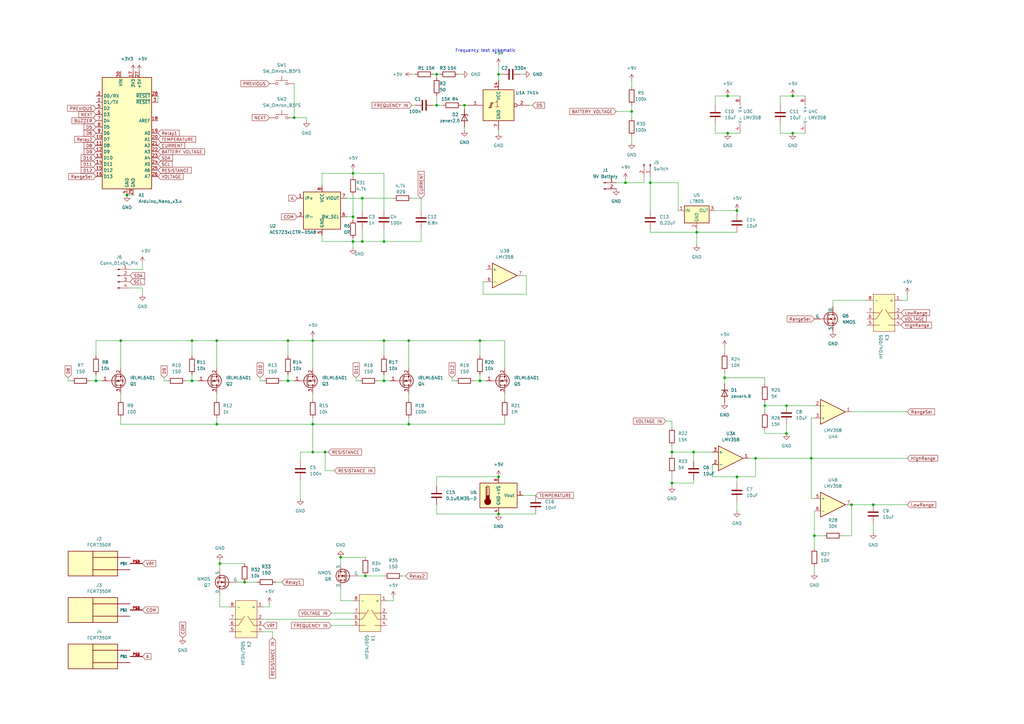
<source format=kicad_sch>
(kicad_sch (version 20230121) (generator eeschema)
  (paper "A3")
  (junction (at 128.27 185.42))
  (junction (at 78.74 139.7))
  (junction (at 349.25 207.01))
  (junction (at 157.48 139.7))
  (junction (at 298.45 54.61))
  (junction (at 309.88 187.96))
  (junction (at 179.07 30.48))
  (junction (at 190.5 43.18))
  (junction (at 100.33 238.76))
  (junction (at 78.74 156.21))
  (junction (at 144.78 99.06))
  (junction (at 179.07 43.18))
  (junction (at 144.78 88.9))
  (junction (at 118.11 139.7))
  (junction (at 302.26 86.36))
  (junction (at 39.37 156.21))
  (junction (at 157.48 156.21))
  (junction (at 88.9 173.99))
  (junction (at 157.48 99.06))
  (junction (at 322.58 177.8))
  (junction (at 259.08 45.72))
  (junction (at 204.47 30.48))
  (junction (at 284.48 185.42))
  (junction (at 298.45 39.37))
  (junction (at 196.85 139.7))
  (junction (at 275.59 198.12))
  (junction (at 120.65 48.26))
  (junction (at 139.7 228.6))
  (junction (at 332.74 187.96))
  (junction (at 325.12 39.37))
  (junction (at 49.53 139.7))
  (junction (at 128.27 173.99))
  (junction (at 285.75 95.25))
  (junction (at 297.18 154.94))
  (junction (at 144.78 71.12))
  (junction (at 149.86 236.22))
  (junction (at 313.69 166.37))
  (junction (at 167.64 139.7))
  (junction (at 266.7 74.93))
  (junction (at 118.11 156.21))
  (junction (at 256.54 74.93))
  (junction (at 167.64 173.99))
  (junction (at 204.47 195.58))
  (junction (at 204.47 210.82))
  (junction (at 88.9 139.7))
  (junction (at 52.07 80.01))
  (junction (at 90.17 231.14))
  (junction (at 325.12 54.61))
  (junction (at 196.85 156.21))
  (junction (at 322.58 166.37))
  (junction (at 148.59 81.28))
  (junction (at 358.14 207.01))
  (junction (at 148.59 99.06))
  (junction (at 133.35 185.42))
  (junction (at 275.59 185.42))
  (junction (at 128.27 139.7))
  (junction (at 334.01 219.71))
  (junction (at 302.26 195.58))
  (wire (pts (xy 168.91 43.18) (xy 170.18 43.18)))
  (wire (pts (xy 372.11 120.65) (xy 372.11 123.19)))
  (wire (pts (xy 39.37 156.21) (xy 41.91 156.21)))
  (wire (pts (xy 58.42 118.11) (xy 53.34 118.11)))
  (wire (pts (xy 100.33 238.76) (xy 105.41 238.76)))
  (wire (pts (xy 179.07 43.18) (xy 181.61 43.18)))
  (wire (pts (xy 157.48 146.05) (xy 157.48 139.7)))
  (wire (pts (xy 128.27 173.99) (xy 128.27 185.42)))
  (wire (pts (xy 207.01 171.45) (xy 207.01 173.99)))
  (wire (pts (xy 179.07 207.01) (xy 179.07 210.82)))
  (wire (pts (xy 90.17 248.92) (xy 90.17 243.84)))
  (wire (pts (xy 179.07 30.48) (xy 180.34 30.48)))
  (wire (pts (xy 78.74 156.21) (xy 81.28 156.21)))
  (wire (pts (xy 144.78 69.85) (xy 144.78 71.12)))
  (wire (pts (xy 322.58 166.37) (xy 334.01 166.37)))
  (wire (pts (xy 179.07 31.75) (xy 179.07 30.48)))
  (wire (pts (xy 207.01 173.99) (xy 167.64 173.99)))
  (wire (pts (xy 39.37 146.05) (xy 39.37 139.7)))
  (wire (pts (xy 337.82 219.71) (xy 334.01 219.71)))
  (wire (pts (xy 285.75 95.25) (xy 302.26 95.25)))
  (wire (pts (xy 284.48 185.42) (xy 284.48 189.23)))
  (wire (pts (xy 320.04 54.61) (xy 320.04 50.8)))
  (wire (pts (xy 204.47 30.48) (xy 204.47 33.02)))
  (wire (pts (xy 118.11 153.67) (xy 118.11 156.21)))
  (wire (pts (xy 49.53 139.7) (xy 78.74 139.7)))
  (wire (pts (xy 214.63 203.2) (xy 219.71 203.2)))
  (wire (pts (xy 298.45 39.37) (xy 303.53 39.37)))
  (wire (pts (xy 148.59 93.98) (xy 148.59 99.06)))
  (wire (pts (xy 293.37 50.8) (xy 293.37 54.61)))
  (wire (pts (xy 185.42 156.21) (xy 186.69 156.21)))
  (wire (pts (xy 132.08 71.12) (xy 144.78 71.12)))
  (wire (pts (xy 133.35 193.04) (xy 133.35 185.42)))
  (wire (pts (xy 275.59 182.88) (xy 275.59 185.42)))
  (wire (pts (xy 179.07 39.37) (xy 179.07 43.18)))
  (wire (pts (xy 144.78 71.12) (xy 144.78 72.39)))
  (wire (pts (xy 144.78 88.9) (xy 144.78 90.17)))
  (wire (pts (xy 106.68 156.21) (xy 107.95 156.21)))
  (wire (pts (xy 144.78 80.01) (xy 144.78 88.9)))
  (wire (pts (xy 284.48 185.42) (xy 292.1 185.42)))
  (wire (pts (xy 252.73 74.93) (xy 256.54 74.93)))
  (wire (pts (xy 309.88 187.96) (xy 332.74 187.96)))
  (wire (pts (xy 256.54 74.93) (xy 264.16 74.93)))
  (wire (pts (xy 293.37 54.61) (xy 298.45 54.61)))
  (wire (pts (xy 302.26 195.58) (xy 302.26 198.12)))
  (wire (pts (xy 148.59 81.28) (xy 161.29 81.28)))
  (wire (pts (xy 142.24 81.28) (xy 148.59 81.28)))
  (wire (pts (xy 165.1 236.22) (xy 166.37 236.22)))
  (wire (pts (xy 207.01 161.29) (xy 207.01 163.83)))
  (wire (pts (xy 215.9 113.03) (xy 215.9 120.65)))
  (wire (pts (xy 88.9 173.99) (xy 49.53 173.99)))
  (wire (pts (xy 266.7 74.93) (xy 266.7 86.36)))
  (wire (pts (xy 144.78 97.79) (xy 144.78 99.06)))
  (wire (pts (xy 78.74 139.7) (xy 88.9 139.7)))
  (wire (pts (xy 204.47 53.34) (xy 204.47 54.61)))
  (wire (pts (xy 88.9 139.7) (xy 88.9 151.13)))
  (wire (pts (xy 187.96 30.48) (xy 189.23 30.48)))
  (wire (pts (xy 161.29 246.38) (xy 158.75 246.38)))
  (wire (pts (xy 27.94 154.94) (xy 27.94 156.21)))
  (wire (pts (xy 332.74 171.45) (xy 332.74 187.96)))
  (wire (pts (xy 285.75 100.33) (xy 285.75 95.25)))
  (wire (pts (xy 128.27 161.29) (xy 128.27 163.83)))
  (wire (pts (xy 67.31 154.94) (xy 67.31 156.21)))
  (wire (pts (xy 132.08 76.2) (xy 132.08 71.12)))
  (wire (pts (xy 97.79 238.76) (xy 100.33 238.76)))
  (wire (pts (xy 264.16 74.93) (xy 264.16 72.39)))
  (wire (pts (xy 161.29 245.11) (xy 161.29 246.38)))
  (wire (pts (xy 349.25 207.01) (xy 349.25 219.71)))
  (wire (pts (xy 298.45 54.61) (xy 303.53 54.61)))
  (wire (pts (xy 157.48 99.06) (xy 172.72 99.06)))
  (wire (pts (xy 293.37 39.37) (xy 298.45 39.37)))
  (wire (pts (xy 259.08 45.72) (xy 259.08 48.26)))
  (wire (pts (xy 179.07 195.58) (xy 179.07 199.39)))
  (wire (pts (xy 144.78 99.06) (xy 148.59 99.06)))
  (wire (pts (xy 320.04 43.18) (xy 320.04 39.37)))
  (wire (pts (xy 157.48 156.21) (xy 160.02 156.21)))
  (wire (pts (xy 93.98 248.92) (xy 90.17 248.92)))
  (wire (pts (xy 322.58 173.99) (xy 322.58 177.8)))
  (wire (pts (xy 58.42 120.65) (xy 58.42 118.11)))
  (wire (pts (xy 217.17 43.18) (xy 218.44 43.18)))
  (wire (pts (xy 341.63 123.19) (xy 341.63 125.73)))
  (wire (pts (xy 111.76 259.08) (xy 107.95 259.08)))
  (wire (pts (xy 204.47 26.67) (xy 204.47 30.48)))
  (wire (pts (xy 39.37 139.7) (xy 49.53 139.7)))
  (wire (pts (xy 309.88 195.58) (xy 309.88 187.96)))
  (wire (pts (xy 144.78 246.38) (xy 139.7 246.38)))
  (wire (pts (xy 325.12 54.61) (xy 330.2 54.61)))
  (wire (pts (xy 196.85 146.05) (xy 196.85 139.7)))
  (wire (pts (xy 172.72 93.98) (xy 172.72 99.06)))
  (wire (pts (xy 214.63 113.03) (xy 215.9 113.03)))
  (wire (pts (xy 167.64 139.7) (xy 157.48 139.7)))
  (wire (pts (xy 58.42 107.95) (xy 58.42 110.49)))
  (wire (pts (xy 177.8 43.18) (xy 179.07 43.18)))
  (wire (pts (xy 144.78 99.06) (xy 144.78 101.6)))
  (wire (pts (xy 313.69 166.37) (xy 313.69 168.91)))
  (wire (pts (xy 115.57 156.21) (xy 118.11 156.21)))
  (wire (pts (xy 273.05 172.72) (xy 275.59 172.72)))
  (wire (pts (xy 123.19 196.85) (xy 123.19 204.47)))
  (wire (pts (xy 125.73 48.26) (xy 120.65 48.26)))
  (wire (pts (xy 64.77 39.37) (xy 64.77 41.91)))
  (wire (pts (xy 185.42 154.94) (xy 185.42 156.21)))
  (wire (pts (xy 313.69 165.1) (xy 313.69 166.37)))
  (wire (pts (xy 128.27 138.43) (xy 128.27 139.7)))
  (wire (pts (xy 190.5 43.18) (xy 190.5 44.45)))
  (wire (pts (xy 133.35 185.42) (xy 134.62 185.42)))
  (wire (pts (xy 355.6 123.19) (xy 341.63 123.19)))
  (wire (pts (xy 167.64 161.29) (xy 167.64 163.83)))
  (wire (pts (xy 139.7 228.6) (xy 149.86 228.6)))
  (wire (pts (xy 49.53 173.99) (xy 49.53 171.45)))
  (wire (pts (xy 157.48 153.67) (xy 157.48 156.21)))
  (wire (pts (xy 135.89 256.54) (xy 144.78 256.54)))
  (wire (pts (xy 320.04 39.37) (xy 325.12 39.37)))
  (wire (pts (xy 107.95 254) (xy 144.78 254)))
  (wire (pts (xy 148.59 81.28) (xy 148.59 86.36)))
  (wire (pts (xy 275.59 198.12) (xy 284.48 198.12)))
  (wire (pts (xy 204.47 195.58) (xy 179.07 195.58)))
  (wire (pts (xy 128.27 173.99) (xy 88.9 173.99)))
  (wire (pts (xy 147.32 236.22) (xy 149.86 236.22)))
  (wire (pts (xy 285.75 95.25) (xy 285.75 93.98)))
  (wire (pts (xy 135.89 251.46) (xy 144.78 251.46)))
  (wire (pts (xy 128.27 139.7) (xy 128.27 151.13)))
  (wire (pts (xy 325.12 39.37) (xy 330.2 39.37)))
  (wire (pts (xy 128.27 171.45) (xy 128.27 173.99)))
  (wire (pts (xy 266.7 93.98) (xy 266.7 95.25)))
  (wire (pts (xy 128.27 185.42) (xy 123.19 185.42)))
  (wire (pts (xy 320.04 54.61) (xy 325.12 54.61)))
  (wire (pts (xy 297.18 154.94) (xy 297.18 157.48)))
  (wire (pts (xy 313.69 154.94) (xy 313.69 157.48)))
  (wire (pts (xy 179.07 210.82) (xy 204.47 210.82)))
  (wire (pts (xy 137.16 193.04) (xy 133.35 193.04)))
  (wire (pts (xy 213.36 30.48) (xy 214.63 30.48)))
  (wire (pts (xy 88.9 171.45) (xy 88.9 173.99)))
  (wire (pts (xy 120.65 34.29) (xy 120.65 48.26)))
  (wire (pts (xy 49.53 139.7) (xy 49.53 151.13)))
  (wire (pts (xy 58.42 110.49) (xy 53.34 110.49)))
  (wire (pts (xy 118.11 139.7) (xy 118.11 146.05)))
  (wire (pts (xy 110.49 247.65) (xy 110.49 248.92)))
  (wire (pts (xy 128.27 139.7) (xy 118.11 139.7)))
  (wire (pts (xy 196.85 153.67) (xy 196.85 156.21)))
  (wire (pts (xy 204.47 30.48) (xy 205.74 30.48)))
  (wire (pts (xy 307.34 187.96) (xy 309.88 187.96)))
  (wire (pts (xy 157.48 71.12) (xy 157.48 86.36)))
  (wire (pts (xy 334.01 171.45) (xy 332.74 171.45)))
  (wire (pts (xy 123.19 185.42) (xy 123.19 189.23)))
  (wire (pts (xy 189.23 43.18) (xy 190.5 43.18)))
  (wire (pts (xy 177.8 30.48) (xy 179.07 30.48)))
  (wire (pts (xy 142.24 88.9) (xy 144.78 88.9)))
  (wire (pts (xy 76.2 156.21) (xy 78.74 156.21)))
  (wire (pts (xy 196.85 139.7) (xy 167.64 139.7)))
  (wire (pts (xy 88.9 139.7) (xy 118.11 139.7)))
  (wire (pts (xy 334.01 232.41) (xy 334.01 234.95)))
  (wire (pts (xy 110.49 248.92) (xy 107.95 248.92)))
  (wire (pts (xy 259.08 33.02) (xy 259.08 35.56)))
  (wire (pts (xy 302.26 195.58) (xy 309.88 195.58)))
  (wire (pts (xy 349.25 207.01) (xy 358.14 207.01)))
  (wire (pts (xy 128.27 185.42) (xy 133.35 185.42)))
  (wire (pts (xy 372.11 123.19) (xy 369.57 123.19)))
  (wire (pts (xy 275.59 185.42) (xy 284.48 185.42)))
  (wire (pts (xy 293.37 86.36) (xy 302.26 86.36)))
  (wire (pts (xy 275.59 185.42) (xy 275.59 186.69)))
  (wire (pts (xy 266.7 95.25) (xy 285.75 95.25)))
  (wire (pts (xy 144.78 71.12) (xy 157.48 71.12)))
  (wire (pts (xy 259.08 55.88) (xy 259.08 58.42)))
  (wire (pts (xy 49.53 161.29) (xy 49.53 163.83)))
  (wire (pts (xy 39.37 153.67) (xy 39.37 156.21)))
  (wire (pts (xy 67.31 156.21) (xy 68.58 156.21)))
  (wire (pts (xy 167.64 139.7) (xy 167.64 151.13)))
  (wire (pts (xy 196.85 156.21) (xy 199.39 156.21)))
  (wire (pts (xy 259.08 45.72) (xy 259.08 43.18)))
  (wire (pts (xy 139.7 228.6) (xy 139.7 231.14)))
  (wire (pts (xy 275.59 194.31) (xy 275.59 198.12)))
  (wire (pts (xy 313.69 177.8) (xy 322.58 177.8)))
  (wire (pts (xy 332.74 187.96) (xy 332.74 204.47)))
  (wire (pts (xy 252.73 45.72) (xy 259.08 45.72)))
  (wire (pts (xy 90.17 231.14) (xy 100.33 231.14)))
  (wire (pts (xy 172.72 81.28) (xy 172.72 86.36)))
  (wire (pts (xy 118.11 156.21) (xy 120.65 156.21)))
  (wire (pts (xy 297.18 142.24) (xy 297.18 144.78)))
  (wire (pts (xy 90.17 231.14) (xy 90.17 233.68)))
  (wire (pts (xy 334.01 209.55) (xy 334.01 219.71)))
  (wire (pts (xy 132.08 99.06) (xy 144.78 99.06)))
  (wire (pts (xy 302.26 205.74) (xy 302.26 209.55)))
  (wire (pts (xy 154.94 156.21) (xy 157.48 156.21)))
  (wire (pts (xy 36.83 156.21) (xy 39.37 156.21)))
  (wire (pts (xy 125.73 49.53) (xy 125.73 48.26)))
  (wire (pts (xy 78.74 153.67) (xy 78.74 156.21)))
  (wire (pts (xy 157.48 139.7) (xy 128.27 139.7)))
  (wire (pts (xy 297.18 154.94) (xy 313.69 154.94)))
  (wire (pts (xy 313.69 166.37) (xy 322.58 166.37)))
  (wire (pts (xy 132.08 96.52) (xy 132.08 99.06)))
  (wire (pts (xy 146.05 156.21) (xy 147.32 156.21)))
  (wire (pts (xy 190.5 43.18) (xy 191.77 43.18)))
  (wire (pts (xy 266.7 74.93) (xy 278.13 74.93)))
  (wire (pts (xy 275.59 172.72) (xy 275.59 175.26)))
  (wire (pts (xy 278.13 74.93) (xy 278.13 86.36)))
  (wire (pts (xy 332.74 187.96) (xy 372.11 187.96)))
  (wire (pts (xy 168.91 81.28) (xy 172.72 81.28)))
  (wire (pts (xy 207.01 139.7) (xy 196.85 139.7)))
  (wire (pts (xy 302.26 86.36) (xy 302.26 87.63)))
  (wire (pts (xy 293.37 39.37) (xy 293.37 43.18)))
  (wire (pts (xy 88.9 161.29) (xy 88.9 163.83)))
  (wire (pts (xy 194.31 156.21) (xy 196.85 156.21)))
  (wire (pts (xy 190.5 52.07) (xy 190.5 53.34)))
  (wire (pts (xy 349.25 168.91) (xy 372.11 168.91)))
  (wire (pts (xy 29.21 156.21) (xy 27.94 156.21)))
  (wire (pts (xy 78.74 146.05) (xy 78.74 139.7)))
  (wire (pts (xy 149.86 236.22) (xy 157.48 236.22)))
  (wire (pts (xy 292.1 190.5) (xy 292.1 195.58)))
  (wire (pts (xy 313.69 176.53) (xy 313.69 177.8)))
  (wire (pts (xy 168.91 30.48) (xy 170.18 30.48)))
  (wire (pts (xy 284.48 196.85) (xy 284.48 198.12)))
  (wire (pts (xy 334.01 219.71) (xy 334.01 224.79)))
  (wire (pts (xy 113.03 238.76) (xy 115.57 238.76)))
  (wire (pts (xy 157.48 99.06) (xy 157.48 93.98)))
  (wire (pts (xy 139.7 246.38) (xy 139.7 241.3)))
  (wire (pts (xy 198.12 120.65) (xy 198.12 115.57)))
  (wire (pts (xy 148.59 99.06) (xy 157.48 99.06)))
  (wire (pts (xy 332.74 204.47) (xy 334.01 204.47)))
  (wire (pts (xy 358.14 214.63) (xy 358.14 218.44)))
  (wire (pts (xy 106.68 154.94) (xy 106.68 156.21)))
  (wire (pts (xy 256.54 73.66) (xy 256.54 74.93)))
  (wire (pts (xy 90.17 229.87) (xy 90.17 231.14)))
  (wire (pts (xy 275.59 199.39) (xy 275.59 198.12)))
  (wire (pts (xy 349.25 219.71) (xy 345.44 219.71)))
  (wire (pts (xy 358.14 207.01) (xy 372.11 207.01)))
  (wire (pts (xy 215.9 120.65) (xy 198.12 120.65)))
  (wire (pts (xy 266.7 72.39) (xy 266.7 74.93)))
  (wire (pts (xy 198.12 115.57) (xy 199.39 115.57)))
  (wire (pts (xy 292.1 195.58) (xy 302.26 195.58)))
  (wire (pts (xy 167.64 171.45) (xy 167.64 173.99)))
  (wire (pts (xy 204.47 210.82) (xy 219.71 210.82)))
  (wire (pts (xy 146.05 154.94) (xy 146.05 156.21)))
  (wire (pts (xy 167.64 173.99) (xy 128.27 173.99)))
  (wire (pts (xy 52.07 80.01) (xy 54.61 80.01)))
  (wire (pts (xy 207.01 151.13) (xy 207.01 139.7)))
  (wire (pts (xy 297.18 152.4) (xy 297.18 154.94)))
  (wire (pts (xy 111.76 261.62) (xy 111.76 259.08)))
  (text "Frequency test schematic" (at 186.69 21.59 0) (effects (font (size 1.27 1.27)) (justify left bottom)))
  (global_label "D8" (shape input) (at 39.37 59.69 180) (property "Intersheetrefs" "${INTERSHEET_REFS}" (effects hide)))
  (global_label "BUZZER" (shape input) (at 39.37 49.53 180) (property "Intersheetrefs" "${INTERSHEET_REFS}" (effects hide)))
  (global_label "D12" (shape input) (at 185.42 154.94 90) (property "Intersheetrefs" "${INTERSHEET_REFS}" (effects hide)))
  (global_label "D10" (shape input) (at 39.37 64.77 180) (property "Intersheetrefs" "${INTERSHEET_REFS}" (effects hide)))
  (global_label "TEMPERATURE" (shape input) (at 64.77 57.15 0) (property "Intersheetrefs" "${INTERSHEET_REFS}" (effects hide)))
  (global_label "SDA" (shape input) (at 64.77 64.77 0) (property "Intersheetrefs" "${INTERSHEET_REFS}" (effects hide)))
  (global_label "SDA" (shape input) (at 53.34 113.03 0) (property "Intersheetrefs" "${INTERSHEET_REFS}" (effects hide)))
  (global_label "VRf" (shape input) (at 58.42 231.14 0) (property "Intersheetrefs" "${INTERSHEET_REFS}" (effects hide)))
  (global_label "A" (shape input) (at 121.92 81.28 180) (property "Intersheetrefs" "${INTERSHEET_REFS}" (effects hide)))
  (global_label "SCL" (shape input) (at 53.34 115.57 0) (property "Intersheetrefs" "${INTERSHEET_REFS}" (effects hide)))
  (global_label "SCL" (shape input) (at 64.77 67.31 0) (property "Intersheetrefs" "${INTERSHEET_REFS}" (effects hide)))
  (global_label "BATTERY VOLTAGE" (shape input) (at 252.73 45.72 180) (property "Intersheetrefs" "${INTERSHEET_REFS}" (effects hide)))
  (global_label "NEXT" (shape input) (at 39.37 46.99 180) (property "Intersheetrefs" "${INTERSHEET_REFS}" (effects hide)))
  (global_label "RangeSel" (shape input) (at 334.01 130.81 180) (property "Intersheetrefs" "${INTERSHEET_REFS}" (effects hide)))
  (global_label "D11" (shape input) (at 39.37 67.31 180) (property "Intersheetrefs" "${INTERSHEET_REFS}" (effects hide)))
  (global_label "HighRange" (shape input) (at 369.57 133.35 0) (property "Intersheetrefs" "${INTERSHEET_REFS}" (effects hide)))
  (global_label "Relay2" (shape input) (at 166.37 236.22 0) (property "Intersheetrefs" "${INTERSHEET_REFS}" (effects hide)))
  (global_label "VRf" (shape input) (at 107.95 256.54 0) (property "Intersheetrefs" "${INTERSHEET_REFS}" (effects hide)))
  (global_label "D11" (shape input) (at 146.05 154.94 90) (property "Intersheetrefs" "${INTERSHEET_REFS}" (effects hide)))
  (global_label "RangeSel" (shape input) (at 372.11 168.91 0) (property "Intersheetrefs" "${INTERSHEET_REFS}" (effects hide)))
  (global_label "HighRange" (shape input) (at 372.11 187.96 0) (property "Intersheetrefs" "${INTERSHEET_REFS}" (effects hide)))
  (global_label "BATTERY VOLTAGE" (shape input) (at 64.77 62.23 0) (property "Intersheetrefs" "${INTERSHEET_REFS}" (effects hide)))
  (global_label "D10" (shape input) (at 106.68 154.94 90) (property "Intersheetrefs" "${INTERSHEET_REFS}" (effects hide)))
  (global_label "RangeSel" (shape input) (at 39.37 72.39 180) (property "Intersheetrefs" "${INTERSHEET_REFS}" (effects hide)))
  (global_label "VOLTAGE IN" (shape input) (at 273.05 172.72 180) (property "Intersheetrefs" "${INTERSHEET_REFS}" (effects hide)))
  (global_label "FREQUENCY IN" (shape input) (at 135.89 256.54 180) (property "Intersheetrefs" "${INTERSHEET_REFS}" (effects hide)))
  (global_label "COM" (shape input) (at 74.93 261.62 90) (property "Intersheetrefs" "${INTERSHEET_REFS}" (effects hide)))
  (global_label "CURRENT" (shape input) (at 64.77 59.69 0) (property "Intersheetrefs" "${INTERSHEET_REFS}" (effects hide)))
  (global_label "TEMPERATURE" (shape input) (at 219.71 203.2 0) (property "Intersheetrefs" "${INTERSHEET_REFS}" (effects hide)))
  (global_label "D12" (shape input) (at 39.37 69.85 180) (property "Intersheetrefs" "${INTERSHEET_REFS}" (effects hide)))
  (global_label "RESISTANCE" (shape input) (at 64.77 69.85 0) (property "Intersheetrefs" "${INTERSHEET_REFS}" (effects hide)))
  (global_label "VOLTAGE" (shape input) (at 64.77 72.39 0) (property "Intersheetrefs" "${INTERSHEET_REFS}" (effects hide)))
  (global_label "Relay1" (shape input) (at 115.57 238.76 0) (property "Intersheetrefs" "${INTERSHEET_REFS}" (effects hide)))
  (global_label "D9" (shape input) (at 67.31 154.94 90) (property "Intersheetrefs" "${INTERSHEET_REFS}" (effects hide)))
  (global_label "FREQUENCY IN" (shape input) (at 168.91 43.18 180) (property "Intersheetrefs" "${INTERSHEET_REFS}" (effects hide)))
  (global_label "D5" (shape input) (at 39.37 52.07 180) (property "Intersheetrefs" "${INTERSHEET_REFS}" (effects hide)))
  (global_label "RESISTANCE IN" (shape input) (at 137.16 193.04 0) (property "Intersheetrefs" "${INTERSHEET_REFS}" (effects hide)))
  (global_label "Relay1" (shape input) (at 64.77 54.61 0) (property "Intersheetrefs" "${INTERSHEET_REFS}" (effects hide)))
  (global_label "NEXT" (shape input) (at 110.49 48.26 180) (property "Intersheetrefs" "${INTERSHEET_REFS}" (effects hide)))
  (global_label "VOLTAGE" (shape input) (at 369.57 130.81 0) (property "Intersheetrefs" "${INTERSHEET_REFS}" (effects hide)))
  (global_label "LowRange" (shape input) (at 369.57 128.27 0) (property "Intersheetrefs" "${INTERSHEET_REFS}" (effects hide)))
  (global_label "D9" (shape input) (at 39.37 62.23 180) (property "Intersheetrefs" "${INTERSHEET_REFS}" (effects hide)))
  (global_label "COM" (shape input) (at 58.42 250.19 0) (property "Intersheetrefs" "${INTERSHEET_REFS}" (effects hide)))
  (global_label "LowRange" (shape input) (at 372.11 207.01 0) (property "Intersheetrefs" "${INTERSHEET_REFS}" (effects hide)))
  (global_label "COM" (shape input) (at 121.92 88.9 180) (property "Intersheetrefs" "${INTERSHEET_REFS}" (effects hide)))
  (global_label "A" (shape input) (at 58.42 269.24 0) (property "Intersheetrefs" "${INTERSHEET_REFS}" (effects hide)))
  (global_label "CURRENT" (shape input) (at 172.72 81.28 90) (property "Intersheetrefs" "${INTERSHEET_REFS}" (effects hide)))
  (global_label "PREVIOUS" (shape input) (at 110.49 34.29 180) (property "Intersheetrefs" "${INTERSHEET_REFS}" (effects hide)))
  (global_label "D5" (shape input) (at 218.44 43.18 0) (property "Intersheetrefs" "${INTERSHEET_REFS}" (effects hide)))
  (global_label "PREVIOUS" (shape input) (at 39.37 44.45 180) (property "Intersheetrefs" "${INTERSHEET_REFS}" (effects hide)))
  (global_label "VOLTAGE IN" (shape input) (at 135.89 251.46 180) (property "Intersheetrefs" "${INTERSHEET_REFS}" (effects hide)))
  (global_label "RESISTANCE IN" (shape input) (at 111.76 261.62 270) (property "Intersheetrefs" "${INTERSHEET_REFS}" (effects hide)))
  (global_label "Relay2" (shape input) (at 39.37 57.15 180) (property "Intersheetrefs" "${INTERSHEET_REFS}" (effects hide)))
  (global_label "D8" (shape input) (at 27.94 154.94 90) (property "Intersheetrefs" "${INTERSHEET_REFS}" (effects hide)))
  (global_label "D6" (shape input) (at 39.37 54.61 180) (property "Intersheetrefs" "${INTERSHEET_REFS}" (effects hide)))
  (global_label "RESISTANCE" (shape input) (at 134.62 185.42 0) (property "Intersheetrefs" "${INTERSHEET_REFS}" (effects hide)))
  (symbol (lib_id "power:GND") (at 322.58 177.8 0) (unit 1)
    (property "Reference" "#PWR021" (effects hide))
    (property "Value" "GND" (at 322.58 182.88 0))
  )
  (symbol (lib_id "Device:C") (at 157.48 90.17 0) (unit 1)
    (property "Reference" "C4" (at 160.02 88.9 0) (effects (justify left)))
    (property "Value" "100n" (at 160.02 91.44 0) (effects (justify left)))
    (property "Footprint" "Capacitor_SMD:C_0805_2012Metric_Pad1.18x1.45mm_HandSolder" (effects hide))
  )
  (symbol (lib_id "power:GND") (at 298.45 54.61 0) (unit 1)
    (property "Reference" "#PWR025" (effects hide))
    (property "Value" "GND" (at 298.45 59.69 0))
  )
  (symbol (lib_id "Sensor_Current:ACS723xLCTR-05AB") (at 132.08 86.36 0) (unit 1)
    (property "Reference" "U2" (at 110.49 92.71 0) (effects (justify left)))
    (property "Value" "ACS723xLCTR-05AB" (at 110.49 95.25 0) (effects (justify left)))
    (property "Footprint" "Package_SO:SOIC-8_3.9x4.9mm_P1.27mm" (effects hide))
    (property "Datasheet" "http://www.allegromicro.com/~/media/Files/Datasheets/ACS723-Datasheet.ashx?la=en" (effects hide))
  )
  (symbol (lib_id "Device:R") (at 196.85 149.86 180) (unit 1)
    (property "Reference" "R20" (at 200.66 148.59 0))
    (property "Value" "10k" (at 200.66 151.13 0))
    (property "Footprint" "Resistor_SMD:R_0805_2012Metric_Pad1.20x1.40mm_HandSolder" (effects hide))
  )
  (symbol (lib_id "power:GND") (at 334.01 234.95 0) (unit 1)
    (property "Reference" "#PWR022" (effects hide))
    (property "Value" "GND" (at 334.01 240.03 0))
  )
  (symbol (lib_id "Amplifier_Operational:LMV358") (at 299.72 187.96 0) (unit 1)
    (property "Reference" "U3" (at 299.72 177.8 0))
    (property "Value" "LMV358" (at 299.72 180.34 0))
    (property "Footprint" "Package_SO:SOIC-8_3.9x4.9mm_P1.27mm" (effects hide))
    (property "Datasheet" "http://www.ti.com/lit/ds/symlink/lmv324.pdf" (effects hide))
  )
  (symbol (lib_id "Device:R") (at 88.9 167.64 0) (unit 1)
    (property "Reference" "R12" (at 91.44 166.37 0) (effects (justify left)))
    (property "Value" "1k" (at 91.44 168.91 0) (effects (justify left)))
    (property "Footprint" "Resistor_SMD:R_0805_2012Metric_Pad1.20x1.40mm_HandSolder" (effects hide))
  )
  (symbol (lib_id "Sensor_Temperature:LM35-D") (at 204.47 203.2 0) (unit 1)
    (property "Reference" "U6" (at 195.58 201.93 0) (effects (justify right)))
    (property "Value" "LM35-D" (at 195.58 204.47 0) (effects (justify right)))
    (property "Footprint" "Package_SO:SOIC-8_3.9x4.9mm_P1.27mm" (effects hide))
    (property "Datasheet" "http://www.ti.com/lit/ds/symlink/lm35.pdf" (effects hide))
  )
  (symbol (lib_id "Connector:Conn_01x04_Pin") (at 48.26 113.03 0) (unit 1)
    (property "Reference" "J6" (at 48.895 105.41 0))
    (property "Value" "Conn_01x04_Pin" (at 48.895 107.95 0))
    (property "Footprint" "Connector_JST:JST_XH_B4B-XH-AM_1x04_P2.50mm_Vertical" (effects hide))
  )
  (symbol (lib_id "power:+5V") (at 110.49 247.65 0) (unit 1)
    (property "Reference" "#PWR014" (effects hide))
    (property "Value" "+5V" (at 110.49 242.57 0))
  )
  (symbol (lib_id "power:GND") (at 204.47 54.61 0) (unit 1)
    (property "Reference" "#PWR08" (effects hide))
    (property "Value" "GND" (at 204.47 59.69 0))
  )
  (symbol (lib_id "power:+5V") (at 128.27 138.43 0) (unit 1)
    (property "Reference" "#PWR018" (effects hide))
    (property "Value" "+5V" (at 128.27 133.35 0))
  )
  (symbol (lib_id "FCR7350R:FCR7350R") (at 40.64 231.14 0) (unit 1)
    (property "Reference" "J2" (at 40.64 220.98 0))
    (property "Value" "FCR7350R" (at 40.64 223.52 0))
    (property "Footprint" "FCR7350R:FCR7350" (effects hide))
    (property "MF" "Cliff" (effects hide))
    (property "Description" "\nBanana Jack Connector Standard Banana Solder Red\n" (effects hide))
    (property "Package" "None" (effects hide))
    (property "Price" "None" (effects hide))
    (property "SnapEDA_Link" "https://www.snapeda.com/parts/FCR7350R/Cliff+Electronics/view-part/?ref=snap" (effects hide))
    (property "MP" "FCR7350R" (effects hide))
    (property "Purchase-URL" "https://www.snapeda.com/api/url_track_click_mouser/?unipart_id=1047864&manufacturer=Cliff&part_name=FCR7350R&search_term=None" (effects hide))
    (property "Availability" "In Stock" (effects hide))
    (property "Check_prices" "https://www.snapeda.com/parts/FCR7350R/Cliff+Electronics/view-part/?ref=eda" (effects hide))
  )
  (symbol (lib_id "Device:R") (at 190.5 156.21 90) (unit 1)
    (property "Reference" "R19" (at 190.5 149.86 90))
    (property "Value" "150" (at 190.5 152.4 90))
    (property "Footprint" "Resistor_SMD:R_0805_2012Metric_Pad1.20x1.40mm_HandSolder" (effects hide))
  )
  (symbol (lib_id "power:+5V") (at 298.45 39.37 0) (unit 1)
    (property "Reference" "#PWR024" (effects hide))
    (property "Value" "+5V" (at 298.45 34.29 0))
  )
  (symbol (lib_id "Device:C") (at 148.59 90.17 0) (unit 1)
    (property "Reference" "C3" (at 151.13 88.9 0) (effects (justify left)))
    (property "Value" "1n" (at 151.13 91.44 0) (effects (justify left)))
    (property "Footprint" "Capacitor_SMD:C_0805_2012Metric_Pad1.18x1.45mm_HandSolder" (effects hide))
  )
  (symbol (lib_id "Device:R") (at 334.01 228.6 0) (unit 1)
    (property "Reference" "R27" (at 336.55 227.33 0) (effects (justify left)))
    (property "Value" "10K" (at 336.55 229.87 0) (effects (justify left)))
    (property "Footprint" "Resistor_SMD:R_0805_2012Metric_Pad1.20x1.40mm_HandSolder" (effects hide))
  )
  (symbol (lib_id "Device:R") (at 297.18 148.59 0) (unit 1)
    (property "Reference" "R24" (at 299.72 147.32 0) (effects (justify left)))
    (property "Value" "10K" (at 299.72 149.86 0) (effects (justify left)))
    (property "Footprint" "Resistor_SMD:R_0805_2012Metric_Pad1.20x1.40mm_HandSolder" (effects hide))
  )
  (symbol (lib_id "Device:C") (at 173.99 43.18 90) (unit 1)
    (property "Reference" "C1" (at 172.72 40.64 90) (effects (justify left)))
    (property "Value" "100n" (at 172.72 45.72 90) (effects (justify left)))
    (property "Footprint" "Capacitor_SMD:C_0805_2012Metric_Pad1.18x1.45mm_HandSolder" (effects hide))
  )
  (symbol (lib_id "Transistor_FET:IRLML6401") (at 165.1 156.21 0) (mirror x) (unit 1)
    (property "Reference" "Q4" (at 171.45 157.48 0) (effects (justify left)))
    (property "Value" "IRLML6401" (at 171.45 154.94 0) (effects (justify left)))
    (property "Footprint" "Package_TO_SOT_SMD:SOT-23" (effects hide))
    (property "Datasheet" "https://www.infineon.com/dgdl/irlml6401pbf.pdf?fileId=5546d462533600a401535668b96d2634" (effects hide))
  )
  (symbol (lib_id "Amplifier_Operational:LMV358") (at 332.74 46.99 0) (unit 3)
    (property "Reference" "U4" (at 331.47 45.72 0) (effects (justify left)))
    (property "Value" "LMV358" (at 331.47 48.26 0) (effects (justify left)))
    (property "Footprint" "Package_SO:SOIC-8_3.9x4.9mm_P1.27mm" (effects hide))
    (property "Datasheet" "http://www.ti.com/lit/ds/symlink/lmv324.pdf" (effects hide))
  )
  (symbol (lib_id "power:+5V") (at 168.91 30.48 90) (unit 1)
    (property "Reference" "#PWR06" (effects hide))
    (property "Value" "+5V" (at 165.1 30.48 90) (effects (justify left)))
  )
  (symbol (lib_id "power:GND") (at 123.19 204.47 0) (unit 1)
    (property "Reference" "#PWR019" (effects hide))
    (property "Value" "GND" (at 123.19 209.55 0))
  )
  (symbol (lib_id "power:GND") (at 341.63 135.89 0) (unit 1)
    (property "Reference" "#PWR034" (effects hide))
    (property "Value" "GND" (at 341.63 140.97 0))
  )
  (symbol (lib_id "Regulator_Linear:L7805") (at 285.75 86.36 0) (unit 1)
    (property "Reference" "U5" (at 285.75 80.01 0))
    (property "Value" "L7805" (at 285.75 82.55 0))
    (property "Footprint" "Package_TO_SOT_SMD:TO-263-3_TabPin2" (effects hide))
    (property "Datasheet" "http://www.st.com/content/ccc/resource/technical/document/datasheet/41/4f/b3/b0/12/d4/47/88/CD00000444.pdf/files/CD00000444.pdf/jcr:content/translations/en.CD00000444.pdf" (effects hide))
  )
  (symbol (lib_id "Connector:Conn_01x02_Pin") (at 266.7 67.31 270) (unit 1)
    (property "Reference" "J5" (at 267.97 66.675 90) (effects (justify left)))
    (property "Value" "Switch" (at 267.97 69.215 90) (effects (justify left)))
    (property "Footprint" "Connector_JST:JST_XH_B2B-XH-AM_1x02_P2.50mm_Vertical" (effects hide))
  )
  (symbol (lib_id "power:+3V3") (at 54.61 29.21 0) (unit 1)
    (property "Reference" "#PWR02" (effects hide))
    (property "Value" "+3V3" (at 52.07 24.13 0))
  )
  (symbol (lib_id "Device:C") (at 266.7 90.17 0) (unit 1)
    (property "Reference" "C13" (at 270.51 88.9 0) (effects (justify left)))
    (property "Value" "0.22uF" (at 270.51 91.44 0) (effects (justify left)))
    (property "Footprint" "Capacitor_SMD:C_0805_2012Metric_Pad1.18x1.45mm_HandSolder" (effects hide))
  )
  (symbol (lib_id "Transistor_FET:IRLML6401") (at 46.99 156.21 0) (mirror x) (unit 1)
    (property "Reference" "Q1" (at 53.34 157.48 0) (effects (justify left)))
    (property "Value" "IRLML6401" (at 53.34 154.94 0) (effects (justify left)))
    (property "Footprint" "Package_TO_SOT_SMD:SOT-23" (effects hide))
    (property "Datasheet" "https://www.infineon.com/dgdl/irlml6401pbf.pdf?fileId=5546d462533600a401535668b96d2634" (effects hide))
  )
  (symbol (lib_id "Device:R") (at 144.78 93.98 0) (unit 1)
    (property "Reference" "R6" (at 140.97 92.71 0) (effects (justify left)))
    (property "Value" "0R" (at 140.97 95.25 0) (effects (justify left)))
    (property "Footprint" "Resistor_SMD:R_0805_2012Metric_Pad1.20x1.40mm_HandSolder" (effects hide))
  )
  (symbol (lib_id "power:+5V") (at 204.47 26.67 0) (unit 1)
    (property "Reference" "#PWR05" (effects hide))
    (property "Value" "+5V" (at 204.47 21.59 0))
  )
  (symbol (lib_id "Simulation_SPICE:NMOS") (at 339.09 130.81 0) (unit 1)
    (property "Reference" "Q6" (at 345.44 129.54 0) (effects (justify left)))
    (property "Value" "NMOS" (at 345.44 132.08 0) (effects (justify left)))
    (property "Footprint" "Package_TO_SOT_SMD:SOT-23-3" (effects hide))
    (property "Datasheet" "https://ngspice.sourceforge.io/docs/ngspice-manual.pdf" (effects hide))
    (property "Sim.Device" "NMOS" (effects hide))
    (property "Sim.Type" "VDMOS" (effects hide))
    (property "Sim.Pins" "1=D 2=G 3=S" (effects hide))
  )
  (symbol (lib_id "Device:R") (at 173.99 30.48 90) (unit 1)
    (property "Reference" "R1" (at 172.72 27.94 90))
    (property "Value" "15K" (at 176.53 27.94 90))
    (property "Footprint" "Resistor_SMD:R_0805_2012Metric" (effects hide))
  )
  (symbol (lib_id "Device:C") (at 209.55 30.48 90) (unit 1)
    (property "Reference" "C2" (at 208.28 27.94 90) (effects (justify left)))
    (property "Value" "330n" (at 215.9 27.94 90) (effects (justify left)))
    (property "Footprint" "Capacitor_SMD:C_0805_2012Metric_Pad1.18x1.45mm_HandSolder" (effects hide))
  )
  (symbol (lib_id "Switch:SW_Omron_B3FS") (at 115.57 34.29 0) (unit 1)
    (property "Reference" "SW1" (at 115.57 26.67 0))
    (property "Value" "SW_Omron_B3FS" (at 115.57 29.21 0))
    (property "Footprint" "Button_Switch_THT:SW_PUSH_6mm" (effects hide))
    (property "Datasheet" "https://omronfs.omron.com/en_US/ecb/products/pdf/en-b3fs.pdf" (effects hide))
  )
  (symbol (lib_id "power:+5V") (at 144.78 69.85 0) (unit 1)
    (property "Reference" "#PWR012" (effects hide))
    (property "Value" "+5V" (at 144.78 64.77 0))
  )
  (symbol (lib_id "FCR7350R:FCR7350R") (at 40.64 269.24 0) (unit 1)
    (property "Reference" "J4" (at 40.64 259.08 0))
    (property "Value" "FCR7350R" (at 40.64 261.62 0))
    (property "Footprint" "FCR7350R:FCR7350" (effects hide))
    (property "MF" "Cliff" (effects hide))
    (property "Description" "\nBanana Jack Connector Standard Banana Solder Red\n" (effects hide))
    (property "Package" "None" (effects hide))
    (property "Price" "None" (effects hide))
    (property "SnapEDA_Link" "https://www.snapeda.com/parts/FCR7350R/Cliff+Electronics/view-part/?ref=snap" (effects hide))
    (property "MP" "FCR7350R" (effects hide))
    (property "Purchase-URL" "https://www.snapeda.com/api/url_track_click_mouser/?unipart_id=1047864&manufacturer=Cliff&part_name=FCR7350R&search_term=None" (effects hide))
    (property "Availability" "In Stock" (effects hide))
    (property "Check_prices" "https://www.snapeda.com/parts/FCR7350R/Cliff+Electronics/view-part/?ref=eda" (effects hide))
  )
  (symbol (lib_id "Simulation_SPICE:NMOS") (at 142.24 236.22 180) (unit 1)
    (property "Reference" "Q8" (at 135.89 237.49 0) (effects (justify left)))
    (property "Value" "NMOS" (at 135.89 234.95 0) (effects (justify left)))
    (property "Footprint" "Package_TO_SOT_SMD:SOT-23-3" (effects hide))
    (property "Datasheet" "https://ngspice.sourceforge.io/docs/ngspice-manual.pdf" (effects hide))
    (property "Sim.Device" "NMOS" (effects hide))
    (property "Sim.Type" "VDMOS" (effects hide))
    (property "Sim.Pins" "1=D 2=G 3=S" (effects hide))
  )
  (symbol (lib_id "Device:C") (at 320.04 46.99 0) (unit 1)
    (property "Reference" "C11" (at 323.85 45.72 0) (effects (justify left)))
    (property "Value" "10uF" (at 323.85 48.26 0) (effects (justify left)))
    (property "Footprint" "Capacitor_SMD:C_0805_2012Metric_Pad1.18x1.45mm_HandSolder" (effects hide))
  )
  (symbol (lib_id "Device:R") (at 207.01 167.64 0) (unit 1)
    (property "Reference" "R21" (at 209.55 166.37 0) (effects (justify left)))
    (property "Value" "1M" (at 209.55 168.91 0) (effects (justify left)))
    (property "Footprint" "Resistor_SMD:R_0805_2012Metric_Pad1.20x1.40mm_HandSolder" (effects hide))
  )
  (symbol (lib_id "power:GND") (at 358.14 218.44 0) (unit 1)
    (property "Reference" "#PWR023" (effects hide))
    (property "Value" "GND" (at 358.14 223.52 0))
  )
  (symbol (lib_id "Device:R") (at 39.37 149.86 180) (unit 1)
    (property "Reference" "R8" (at 43.18 148.59 0))
    (property "Value" "10k" (at 43.18 151.13 0))
    (property "Footprint" "Resistor_SMD:R_0805_2012Metric_Pad1.20x1.40mm_HandSolder" (effects hide))
  )
  (symbol (lib_id "FCR7350R:FCR7350R") (at 40.64 250.19 0) (unit 1)
    (property "Reference" "J3" (at 40.64 240.03 0))
    (property "Value" "FCR7350R" (at 40.64 242.57 0))
    (property "Footprint" "FCR7350R:FCR7350" (effects hide))
    (property "MF" "Cliff" (effects hide))
    (property "Description" "\nBanana Jack Connector Standard Banana Solder Red\n" (effects hide))
    (property "Package" "None" (effects hide))
    (property "Price" "None" (effects hide))
    (property "SnapEDA_Link" "https://www.snapeda.com/parts/FCR7350R/Cliff+Electronics/view-part/?ref=snap" (effects hide))
    (property "MP" "FCR7350R" (effects hide))
    (property "Purchase-URL" "https://www.snapeda.com/api/url_track_click_mouser/?unipart_id=1047864&manufacturer=Cliff&part_name=FCR7350R&search_term=None" (effects hide))
    (property "Availability" "In Stock" (effects hide))
    (property "Check_prices" "https://www.snapeda.com/parts/FCR7350R/Cliff+Electronics/view-part/?ref=eda" (effects hide))
  )
  (symbol (lib_id "power:GND") (at 297.18 165.1 0) (unit 1)
    (property "Reference" "#PWR017" (effects hide))
    (property "Value" "GND" (at 297.18 170.18 0))
  )
  (symbol (lib_id "HFD4_005:HFD4/005") (at 101.6 254 270) (unit 1)
    (property "Reference" "K2" (at 102.235 262.89 0) (effects (justify left)))
    (property "Value" "HFD4/005" (at 99.695 262.89 0) (effects (justify left)))
    (property "Footprint" "HFD4_005:HFD4_005" (effects hide))
  )
  (symbol (lib_id "power:GND") (at 190.5 53.34 0) (unit 1)
    (property "Reference" "#PWR07" (effects hide))
    (property "Value" "GND" (at 190.5 58.42 0))
  )
  (symbol (lib_id "power:GND") (at 214.63 30.48 90) (unit 1)
    (property "Reference" "#PWR010" (effects hide))
    (property "Value" "GND" (at 218.44 30.48 90) (effects (justify right)))
  )
  (symbol (lib_id "Device:R") (at 259.08 52.07 0) (unit 1)
    (property "Reference" "R30" (at 262.89 50.8 0))
    (property "Value" "100k" (at 262.89 53.34 0))
    (property "Footprint" "Resistor_SMD:R_0805_2012Metric" (effects hide))
  )
  (symbol (lib_id "Device:C") (at 302.26 201.93 0) (unit 1)
    (property "Reference" "C7" (at 306.07 200.66 0) (effects (justify left)))
    (property "Value" "10uF" (at 306.07 203.2 0) (effects (justify left)))
    (property "Footprint" "Capacitor_SMD:C_0805_2012Metric_Pad1.18x1.45mm_HandSolder" (effects hide))
  )
  (symbol (lib_id "power:GND") (at 52.07 80.01 0) (unit 1)
    (property "Reference" "#PWR03" (effects hide))
    (property "Value" "GND" (at 52.07 85.09 0))
  )
  (symbol (lib_id "power:GND") (at 125.73 49.53 0) (unit 1)
    (property "Reference" "#PWR032" (effects hide))
    (property "Value" "GND" (at 125.73 54.61 0))
  )
  (symbol (lib_id "Device:R") (at 275.59 190.5 0) (unit 1)
    (property "Reference" "R23" (at 278.13 189.23 0) (effects (justify left)))
    (property "Value" "5K" (at 278.13 191.77 0) (effects (justify left)))
    (property "Footprint" "Resistor_SMD:R_0805_2012Metric_Pad1.20x1.40mm_HandSolder" (effects hide))
  )
  (symbol (lib_id "Device:R") (at 313.69 172.72 0) (unit 1)
    (property "Reference" "R26" (at 316.23 171.45 0) (effects (justify left)))
    (property "Value" "15K" (at 316.23 173.99 0) (effects (justify left)))
    (property "Footprint" "Resistor_SMD:R_0805_2012Metric_Pad1.20x1.40mm_HandSolder" (effects hide))
  )
  (symbol (lib_id "Device:D_Zener") (at 190.5 48.26 270) (unit 1)
    (property "Reference" "D2" (at 185.42 46.99 90) (effects (justify left)))
    (property "Value" "zener2.5" (at 180.34 49.53 90) (effects (justify left)))
    (property "Footprint" "Diode_THT:D_A-405_P10.16mm_Horizontal" (effects hide))
  )
  (symbol (lib_id "power:GND") (at 275.59 199.39 0) (unit 1)
    (property "Reference" "#PWR016" (effects hide))
    (property "Value" "GND" (at 275.59 204.47 0))
  )
  (symbol (lib_id "power:+5V") (at 372.11 120.65 0) (unit 1)
    (property "Reference" "#PWR035" (effects hide))
    (property "Value" "+5V" (at 372.11 115.57 0))
  )
  (symbol (lib_id "Device:R") (at 275.59 179.07 0) (unit 1)
    (property "Reference" "R22" (at 278.13 177.8 0) (effects (justify left)))
    (property "Value" "15K" (at 278.13 180.34 0) (effects (justify left)))
    (property "Footprint" "Resistor_SMD:R_0805_2012Metric_Pad1.20x1.40mm_HandSolder" (effects hide))
  )
  (symbol (lib_id "power:+5V") (at 297.18 142.24 0) (unit 1)
    (property "Reference" "#PWR036" (effects hide))
    (property "Value" "+5V" (at 297.18 137.16 0))
  )
  (symbol (lib_id "Device:R") (at 149.86 232.41 0) (unit 1)
    (property "Reference" "R34" (at 152.4 231.14 0) (effects (justify left)))
    (property "Value" "10k" (at 152.4 233.68 0) (effects (justify left)))
    (property "Footprint" "Resistor_SMD:R_0805_2012Metric_Pad1.20x1.40mm_HandSolder" (effects hide))
  )
  (symbol (lib_id "Device:R") (at 111.76 156.21 270) (unit 1)
    (property "Reference" "R13" (at 111.76 149.86 90))
    (property "Value" "150" (at 111.76 152.4 90))
    (property "Footprint" "Resistor_SMD:R_0805_2012Metric_Pad1.20x1.40mm_HandSolder" (effects hide))
  )
  (symbol (lib_id "Device:C") (at 219.71 207.01 0) (unit 1)
    (property "Reference" "C16" (at 223.52 205.74 0) (effects (justify left)))
    (property "Value" "10nF" (at 223.52 208.28 0) (effects (justify left)))
    (property "Footprint" "Capacitor_SMD:C_0805_2012Metric_Pad1.18x1.45mm_HandSolder" (effects hide))
  )
  (symbol (lib_id "power:GND") (at 325.12 54.61 0) (unit 1)
    (property "Reference" "#PWR027" (effects hide))
    (property "Value" "GND" (at 325.12 59.69 0))
  )
  (symbol (lib_id "Device:R") (at 33.02 156.21 90) (unit 1)
    (property "Reference" "R7" (at 33.02 149.86 90))
    (property "Value" "150" (at 33.02 152.4 90))
    (property "Footprint" "Resistor_SMD:R_0805_2012Metric_Pad1.20x1.40mm_HandSolder" (effects hide))
  )
  (symbol (lib_id "power:GND") (at 204.47 210.82 0) (unit 1)
    (property "Reference" "#PWR041" (effects hide))
    (property "Value" "GND" (at 204.47 215.9 0))
  )
  (symbol (lib_id "Amplifier_Operational:LMV358") (at 341.63 168.91 0) (mirror x) (unit 1)
    (property "Reference" "U4" (at 341.63 179.07 0))
    (property "Value" "LMV358" (at 341.63 176.53 0))
    (property "Footprint" "Package_SO:SOIC-8_3.9x4.9mm_P1.27mm" (effects hide))
    (property "Datasheet" "http://www.ti.com/lit/ds/symlink/lmv324.pdf" (effects hide))
  )
  (symbol (lib_id "Transistor_FET:IRLML6401") (at 204.47 156.21 0) (mirror x) (unit 1)
    (property "Reference" "Q5" (at 210.82 157.48 0) (effects (justify left)))
    (property "Value" "IRLML6401" (at 210.82 154.94 0) (effects (justify left)))
    (property "Footprint" "Package_TO_SOT_SMD:SOT-23" (effects hide))
    (property "Datasheet" "https://www.infineon.com/dgdl/irlml6401pbf.pdf?fileId=5546d462533600a401535668b96d2634" (effects hide))
  )
  (symbol (lib_id "Device:R") (at 118.11 149.86 0) (unit 1)
    (property "Reference" "R14" (at 121.92 148.59 0))
    (property "Value" "10k" (at 121.92 151.13 0))
    (property "Footprint" "Resistor_SMD:R_0805_2012Metric_Pad1.20x1.40mm_HandSolder" (effects hide))
  )
  (symbol (lib_id "Device:R") (at 161.29 236.22 90) (unit 1)
    (property "Reference" "R35" (at 161.29 229.87 90))
    (property "Value" "150" (at 161.29 232.41 90))
    (property "Footprint" "Resistor_SMD:R_0805_2012Metric_Pad1.20x1.40mm_HandSolder" (effects hide))
  )
  (symbol (lib_id "Device:R") (at 165.1 81.28 90) (unit 1)
    (property "Reference" "R29" (at 166.37 78.74 90) (effects (justify left)))
    (property "Value" "4.7k" (at 166.37 76.2 90) (effects (justify left)))
    (property "Footprint" "Resistor_SMD:R_0805_2012Metric_Pad1.20x1.40mm_HandSolder" (effects hide))
  )
  (symbol (lib_id "power:GND") (at 58.42 120.65 0) (unit 1)
    (property "Reference" "#PWR040" (effects hide))
    (property "Value" "GND" (at 58.42 125.73 0))
  )
  (symbol (lib_id "Device:R") (at 128.27 167.64 0) (unit 1)
    (property "Reference" "R15" (at 130.81 166.37 0) (effects (justify left)))
    (property "Value" "10k" (at 130.81 168.91 0) (effects (justify left)))
    (property "Footprint" "Resistor_SMD:R_0805_2012Metric_Pad1.20x1.40mm_HandSolder" (effects hide))
  )
  (symbol (lib_id "Device:R") (at 341.63 219.71 90) (unit 1)
    (property "Reference" "R28" (at 341.63 213.36 90))
    (property "Value" "30K" (at 341.63 215.9 90))
    (property "Footprint" "Resistor_SMD:R_0805_2012Metric_Pad1.20x1.40mm_HandSolder" (effects hide))
  )
  (symbol (lib_id "Device:R") (at 167.64 167.64 0) (unit 1)
    (property "Reference" "R18" (at 170.18 166.37 0) (effects (justify left)))
    (property "Value" "100k" (at 170.18 168.91 0) (effects (justify left)))
    (property "Footprint" "Resistor_SMD:R_0805_2012Metric_Pad1.20x1.40mm_HandSolder" (effects hide))
  )
  (symbol (lib_id "power:+5V") (at 204.47 195.58 0) (unit 1)
    (property "Reference" "#PWR042" (effects hide))
    (property "Value" "+5V" (at 204.47 190.5 0))
  )
  (symbol (lib_id "power:+5V") (at 302.26 86.36 0) (unit 1)
    (property "Reference" "#PWR033" (effects hide))
    (property "Value" "+5V" (at 302.26 81.28 0))
  )
  (symbol (lib_id "power:+5V") (at 57.15 29.21 0) (unit 1)
    (property "Reference" "#PWR01" (effects hide))
    (property "Value" "+5V" (at 58.42 24.13 0))
  )
  (symbol (lib_id "Amplifier_Operational:LMV358") (at 341.63 207.01 0) (unit 2)
    (property "Reference" "U4" (at 341.63 196.85 0))
    (property "Value" "LMV358" (at 341.63 199.39 0))
    (property "Footprint" "Package_SO:SOIC-8_3.9x4.9mm_P1.27mm" (effects hide))
    (property "Datasheet" "http://www.ti.com/lit/ds/symlink/lmv324.pdf" (effects hide))
  )
  (symbol (lib_id "Amplifier_Operational:LMV358") (at 306.07 46.99 0) (unit 3)
    (property "Reference" "U3" (at 304.8 45.72 0) (effects (justify left)))
    (property "Value" "LMV358" (at 304.8 48.26 0) (effects (justify left)))
    (property "Footprint" "Package_SO:SOIC-8_3.9x4.9mm_P1.27mm" (effects hide))
    (property "Datasheet" "http://www.ti.com/lit/ds/symlink/lmv324.pdf" (effects hide))
  )
  (symbol (lib_id "power:GND") (at 252.73 77.47 0) (unit 1)
    (property "Reference" "#PWR04" (effects hide))
    (property "Value" "GND" (at 252.73 82.55 0))
  )
  (symbol (lib_id "Transistor_FET:IRLML6401") (at 86.36 156.21 0) (mirror x) (unit 1)
    (property "Reference" "Q2" (at 92.71 157.48 0) (effects (justify left)))
    (property "Value" "IRLML6401" (at 92.71 154.94 0) (effects (justify left)))
    (property "Footprint" "Package_TO_SOT_SMD:SOT-23" (effects hide))
    (property "Datasheet" "https://www.infineon.com/dgdl/irlml6401pbf.pdf?fileId=5546d462533600a401535668b96d2634" (effects hide))
  )
  (symbol (lib_id "Device:D_Zener") (at 297.18 161.29 270) (unit 1)
    (property "Reference" "D1" (at 299.72 160.02 90) (effects (justify left)))
    (property "Value" "zener4.8" (at 299.72 162.56 90) (effects (justify left)))
    (property "Footprint" "Diode_THT:D_A-405_P10.16mm_Horizontal" (effects hide))
  )
  (symbol (lib_id "Transistor_FET:IRLML6401") (at 125.73 156.21 0) (mirror x) (unit 1)
    (property "Reference" "Q3" (at 132.08 157.48 0) (effects (justify left)))
    (property "Value" "IRLML6401" (at 132.08 154.94 0) (effects (justify left)))
    (property "Footprint" "Package_TO_SOT_SMD:SOT-23" (effects hide))
    (property "Datasheet" "https://www.infineon.com/dgdl/irlml6401pbf.pdf?fileId=5546d462533600a401535668b96d2634" (effects hide))
  )
  (symbol (lib_id "Device:C") (at 179.07 203.2 0) (unit 1)
    (property "Reference" "C15" (at 182.88 201.93 0) (effects (justify left)))
    (property "Value" "0.1uF" (at 182.88 204.47 0) (effects (justify left)))
    (property "Footprint" "Capacitor_SMD:C_0805_2012Metric_Pad1.18x1.45mm_HandSolder" (effects hide))
  )
  (symbol (lib_id "Device:C") (at 123.19 193.04 0) (unit 1)
    (property "Reference" "C5" (at 127 191.77 0) (effects (justify left)))
    (property "Value" "100n" (at 127 194.31 0) (effects (justify left)))
    (property "Footprint" "Capacitor_SMD:C_0805_2012Metric_Pad1.18x1.45mm_HandSolder" (effects hide))
  )
  (symbol (lib_id "power:GND") (at 259.08 58.42 0) (unit 1)
    (property "Reference" "#PWR031" (effects hide))
    (property "Value" "GND" (at 259.08 63.5 0))
  )
  (symbol (lib_id "Device:C") (at 322.58 170.18 0) (unit 1)
    (property "Reference" "C8" (at 326.39 168.91 0) (effects (justify left)))
    (property "Value" "10uF" (at 326.39 171.45 0) (effects (justify left)))
    (property "Footprint" "Capacitor_SMD:C_0805_2012Metric_Pad1.18x1.45mm_HandSolder" (effects hide))
  )
  (symbol (lib_id "power:+5V") (at 325.12 39.37 0) (unit 1)
    (property "Reference" "#PWR026" (effects hide))
    (property "Value" "+5V" (at 325.12 34.29 0))
  )
  (symbol (lib_id "Device:R") (at 179.07 35.56 0) (unit 1)
    (property "Reference" "R2" (at 181.61 34.29 0))
    (property "Value" "50" (at 181.61 36.83 0))
    (property "Footprint" "Resistor_SMD:R_0805_2012Metric" (effects hide))
  )
  (symbol (lib_id "MCU_Module:Arduino_Nano_v3.x") (at 52.07 54.61 0) (unit 1)
    (property "Reference" "A1" (at 56.8041 80.01 0) (effects (justify left)))
    (property "Value" "Arduino_Nano_v3.x" (at 56.8041 82.55 0) (effects (justify left)))
    (property "Footprint" "Module:Arduino_Nano" (effects hide))
    (property "Datasheet" "http://www.mouser.com/pdfdocs/Gravitech_Arduino_Nano3_0.pdf" (effects hide))
  )
  (symbol (lib_id "power:+9V") (at 256.54 73.66 0) (unit 1)
    (property "Reference" "#PWR029" (effects hide))
    (property "Value" "+9V" (at 256.54 68.58 0))
  )
  (symbol (lib_id "Device:R") (at 109.22 238.76 90) (unit 1)
    (property "Reference" "R33" (at 109.22 232.41 90))
    (property "Value" "150" (at 109.22 234.95 90))
    (property "Footprint" "Resistor_SMD:R_0805_2012Metric_Pad1.20x1.40mm_HandSolder" (effects hide))
  )
  (symbol (lib_id "Switch:SW_Omron_B3FS") (at 115.57 48.26 0) (unit 1)
    (property "Reference" "SW2" (at 115.57 40.64 0))
    (property "Value" "SW_Omron_B3FS" (at 115.57 43.18 0))
    (property "Footprint" "Button_Switch_THT:SW_PUSH_6mm" (effects hide))
    (property "Datasheet" "https://omronfs.omron.com/en_US/ecb/products/pdf/en-b3fs.pdf" (effects hide))
  )
  (symbol (lib_id "power:+9V") (at 259.08 33.02 0) (unit 1)
    (property "Reference" "#PWR030" (effects hide))
    (property "Value" "+9V" (at 259.08 27.94 0))
  )
  (symbol (lib_id "Device:R") (at 185.42 43.18 270) (unit 1)
    (property "Reference" "R4" (at 186.69 40.64 90))
    (property "Value" "15K" (at 182.88 40.64 90))
    (property "Footprint" "Resistor_SMD:R_0805_2012Metric" (effects hide))
  )
  (symbol (lib_id "Device:R") (at 157.48 149.86 180) (unit 1)
    (property "Reference" "R17" (at 161.29 148.59 0))
    (property "Value" "10k" (at 161.29 151.13 0))
    (property "Footprint" "Resistor_SMD:R_0805_2012Metric_Pad1.20x1.40mm_HandSolder" (effects hide))
  )
  (symbol (lib_id "Connector:Conn_01x02_Pin") (at 247.65 74.93 0) (unit 1)
    (property "Reference" "J1" (at 248.285 69.85 0))
    (property "Value" "9V Battery" (at 248.285 72.39 0))
    (property "Footprint" "Connector_JST:JST_XH_B2B-XH-AM_1x02_P2.50mm_Vertical" (effects hide))
  )
  (symbol (lib_id "Device:R") (at 72.39 156.21 90) (unit 1)
    (property "Reference" "R10" (at 72.39 149.86 90))
    (property "Value" "150" (at 72.39 152.4 90))
    (property "Footprint" "Resistor_SMD:R_0805_2012Metric_Pad1.20x1.40mm_HandSolder" (effects hide))
  )
  (symbol (lib_id "power:+5V") (at 161.29 245.11 0) (unit 1)
    (property "Reference" "#PWR038" (effects hide))
    (property "Value" "+5V" (at 161.29 240.03 0))
  )
  (symbol (lib_id "Amplifier_Operational:LMV358") (at 207.01 113.03 0) (unit 2)
    (property "Reference" "U3" (at 207.01 102.87 0))
    (property "Value" "LMV358" (at 207.01 105.41 0))
    (property "Footprint" "Package_SO:SOIC-8_3.9x4.9mm_P1.27mm" (effects hide))
    (property "Datasheet" "http://www.ti.com/lit/ds/symlink/lmv324.pdf" (effects hide))
  )
  (symbol (lib_id "Device:C") (at 172.72 90.17 0) (unit 1)
    (property "Reference" "C12" (at 175.26 88.9 0) (effects (justify left)))
    (property "Value" "6.8n" (at 175.26 91.44 0) (effects (justify left)))
    (property "Footprint" "Capacitor_SMD:C_0805_2012Metric_Pad1.18x1.45mm_HandSolder" (effects hide))
  )
  (symbol (lib_id "power:GND") (at 74.93 261.62 0) (unit 1)
    (property "Reference" "#PWR028" (effects hide))
    (property "Value" "GND" (at 74.93 266.7 0))
  )
  (symbol (lib_id "Device:R") (at 49.53 167.64 0) (unit 1)
    (property "Reference" "R9" (at 52.07 166.37 0) (effects (justify left)))
    (property "Value" "100" (at 52.07 168.91 0) (effects (justify left)))
    (property "Footprint" "Resistor_SMD:R_0805_2012Metric_Pad1.20x1.40mm_HandSolder" (effects hide))
  )
  (symbol (lib_id "power:GND") (at 139.7 228.6 180) (unit 1)
    (property "Reference" "#PWR037" (effects hide))
    (property "Value" "GND" (at 139.7 223.52 0))
  )
  (symbol (lib_id "Device:C") (at 358.14 210.82 0) (unit 1)
    (property "Reference" "C9" (at 361.95 209.55 0) (effects (justify left)))
    (property "Value" "10uF" (at 361.95 212.09 0) (effects (justify left)))
    (property "Footprint" "Capacitor_SMD:C_0805_2012Metric_Pad1.18x1.45mm_HandSolder" (effects hide))
  )
  (symbol (lib_id "Device:R") (at 78.74 149.86 180) (unit 1)
    (property "Reference" "R11" (at 82.55 148.59 0))
    (property "Value" "10k" (at 82.55 151.13 0))
    (property "Footprint" "Resistor_SMD:R_0805_2012Metric_Pad1.20x1.40mm_HandSolder" (effects hide))
  )
  (symbol (lib_id "Device:C") (at 293.37 46.99 0) (unit 1)
    (property "Reference" "C10" (at 297.18 45.72 0) (effects (justify left)))
    (property "Value" "10uF" (at 297.18 48.26 0) (effects (justify left)))
    (property "Footprint" "Capacitor_SMD:C_0805_2012Metric_Pad1.18x1.45mm_HandSolder" (effects hide))
  )
  (symbol (lib_id "Device:R") (at 259.08 39.37 0) (unit 1)
    (property "Reference" "R5" (at 262.89 38.1 0))
    (property "Value" "100k" (at 262.89 40.64 0))
    (property "Footprint" "Resistor_SMD:R_0805_2012Metric" (effects hide))
  )
  (symbol (lib_id "Device:R") (at 100.33 234.95 0) (unit 1)
    (property "Reference" "R32" (at 102.87 233.68 0) (effects (justify left)))
    (property "Value" "10k" (at 102.87 236.22 0) (effects (justify left)))
    (property "Footprint" "Resistor_SMD:R_0805_2012Metric_Pad1.20x1.40mm_HandSolder" (effects hide))
  )
  (symbol (lib_id "power:+5V") (at 58.42 107.95 0) (unit 1)
    (property "Reference" "#PWR039" (effects hide))
    (property "Value" "+5V" (at 59.69 102.87 0))
  )
  (symbol (lib_id "Device:R") (at 184.15 30.48 90) (unit 1)
    (property "Reference" "R3" (at 181.61 27.94 90))
    (property "Value" "15K" (at 185.42 27.94 90))
    (property "Footprint" "Resistor_SMD:R_0805_2012Metric" (effects hide))
  )
  (symbol (lib_id "Device:C") (at 302.26 91.44 0) (unit 1)
    (property "Reference" "C14" (at 306.07 90.17 0) (effects (justify left)))
    (property "Value" "10uf" (at 306.07 92.71 0) (effects (justify left)))
    (property "Footprint" "Capacitor_SMD:C_0805_2012Metric_Pad1.18x1.45mm_HandSolder" (effects hide))
  )
  (symbol (lib_id "Device:C") (at 284.48 193.04 0) (unit 1)
    (property "Reference" "C6" (at 288.29 191.77 0) (effects (justify left)))
    (property "Value" "10uF" (at 288.29 194.31 0) (effects (justify left)))
    (property "Footprint" "Capacitor_SMD:C_0805_2012Metric_Pad1.18x1.45mm_HandSolder" (effects hide))
  )
  (symbol (lib_id "power:GND") (at 302.26 209.55 0) (unit 1)
    (property "Reference" "#PWR020" (effects hide))
    (property "Value" "GND" (at 302.26 214.63 0))
  )
  (symbol (lib_id "Simulation_SPICE:NMOS") (at 92.71 238.76 180) (unit 1)
    (property "Reference" "Q7" (at 86.36 240.03 0) (effects (justify left)))
    (property "Value" "NMOS" (at 86.36 237.49 0) (effects (justify left)))
    (property "Footprint" "Package_TO_SOT_SMD:SOT-23-3" (effects hide))
    (property "Datasheet" "https://ngspice.sourceforge.io/docs/ngspice-manual.pdf" (effects hide))
    (property "Sim.Device" "NMOS" (effects hide))
    (property "Sim.Type" "VDMOS" (effects hide))
    (property "Sim.Pins" "1=D 2=G 3=S" (effects hide))
  )
  (symbol (lib_id "Device:R") (at 144.78 76.2 0) (unit 1)
    (property "Reference" "R31" (at 146.05 74.93 0) (effects (justify left)))
    (property "Value" "4.7k" (at 146.05 77.47 0) (effects (justify left)))
    (property "Footprint" "Resistor_SMD:R_0805_2012Metric_Pad1.20x1.40mm_HandSolder" (effects hide))
  )
  (symbol (lib_id "power:GND") (at 144.78 101.6 0) (unit 1)
    (property "Reference" "#PWR013" (effects hide))
    (property "Value" "GND" (at 147.32 104.14 0))
  )
  (symbol (lib_id "power:GND") (at 189.23 30.48 90) (unit 1)
    (property "Reference" "#PWR011" (effects hide))
    (property "Value" "GND" (at 193.04 30.48 90) (effects (justify right)))
  )
  (symbol (lib_id "HFD4_005:HFD4/005") (at 152.4 251.46 270) (unit 1)
    (property "Reference" "K1" (at 153.035 260.35 0) (effects (justify left)))
    (property "Value" "HFD4/005" (at 150.495 260.35 0) (effects (justify left)))
    (property "Footprint" "HFD4_005:HFD4_005" (effects hide))
  )
  (symbol (lib_id "74xx_IEEE:7414") (at 204.47 43.18 0) (unit 1)
    (property "Reference" "U1" (at 213.36 38.1 0))
    (property "Value" "7414" (at 218.44 38.1 0))
    (property "Footprint" "Package_DIP:DIP-14_W7.62mm_LongPads" (effects hide))
  )
  (symbol (lib_id "power:GND") (at 285.75 100.33 0) (unit 1)
    (property "Reference" "#PWR09" (effects hide))
    (property "Value" "GND" (at 285.75 105.41 0))
  )
  (symbol (lib_id "Device:R") (at 151.13 156.21 90) (unit 1)
    (property "Reference" "R16" (at 151.13 149.86 90))
    (property "Value" "150" (at 151.13 152.4 90))
    (property "Footprint" "Resistor_SMD:R_0805_2012Metric_Pad1.20x1.40mm_HandSolder" (effects hide))
  )
  (symbol (lib_id "power:GND") (at 90.17 229.87 180) (unit 1)
    (property "Reference" "#PWR015" (effects hide))
    (property "Value" "GND" (at 90.17 224.79 0))
  )
  (symbol (lib_id "HFD4_005:HFD4/005") (at 363.22 128.27 270) (unit 1)
    (property "Reference" "K3" (at 363.855 137.16 0) (effects (justify left)))
    (property "Value" "HFD4/005" (at 361.315 137.16 0) (effects (justify left)))
    (property "Footprint" "HFD4_005:HFD4_005" (effects hide))
  )
  (symbol (lib_id "Device:R") (at 313.69 161.29 0) (unit 1)
    (property "Reference" "R25" (at 316.23 160.02 0) (effects (justify left)))
    (property "Value" "5K" (at 316.23 162.56 0) (effects (justify left)))
    (property "Footprint" "Resistor_SMD:R_0805_2012Metric_Pad1.20x1.40mm_HandSolder" (effects hide))
  )
)
</source>
